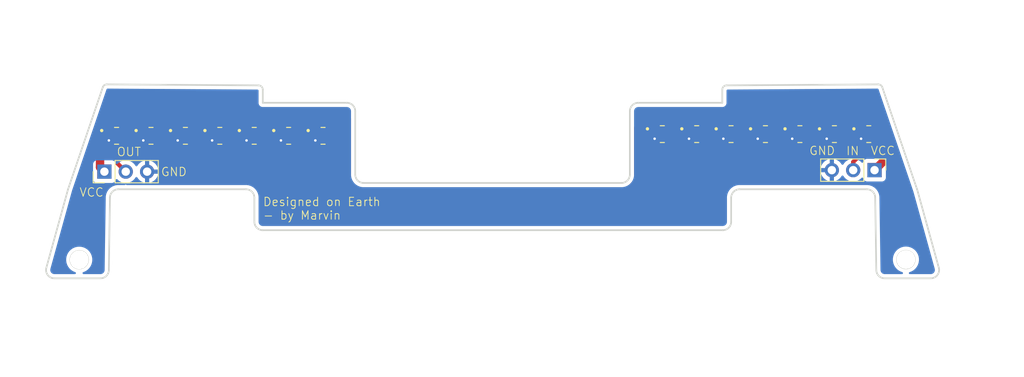
<source format=kicad_pcb>
(kicad_pcb (version 20241229) (generator "pcbnew") (generator_version "9.0")
  (layers (0 "F.Cu" signal) (2 "B.Cu" signal) (13 "F.Paste" user) (15 "B.Paste" user) (5 "F.SilkS" user "F.Silkscreen") (7 "B.SilkS" user "B.Silkscreen") (1 "F.Mask" user) (3 "B.Mask" user) (25 "Edge.Cuts" user))
  (net 0 "")
  (net 1 "GND")
  (net 2 "Net-(J1-Pin_2)")
  (net 3 "VCC")
  (net 4 "Net-(J3-Pin_2)")
  (net 5 "Net-(U1-DI)")
  (net 6 "Net-(U2-DI)")
  (net 7 "Net-(U3-DI)")
  (net 8 "Net-(U4-DI)")
  (net 9 "Net-(U5-DI)")
  (net 10 "Net-(U6-DI)")
  (net 11 "Net-(U14-DO)")
  (net 12 "Net-(U15-DI)")
  (net 13 "Net-(U16-DI)")
  (net 14 "Net-(U17-DI)")
  (net 15 "Net-(U18-DI)")
  (net 16 "Net-(U19-DI)")
  (net 17 "Net-(U14-DI)")
  (footprint "ws2812:LED_WS2812C-2020" (layer "F.Cu") (at 174.9038 84.328)
    (property "Reference" "U19" (hide yes))
    (property "Value" "WS2812C-2020" (hide yes))
    (fp_line (start -0.245 -1) (end 0.245 -1) (stroke (width 0.127)) (layer "F.SilkS"))
    (fp_line (start -0.245 1) (end 0.245 1) (stroke (width 0.127)) (layer "F.SilkS"))
    (fp_circle (center -1.77 -0.63) (end -1.67 -0.63) (stroke (width 0.2)) (fill no) (layer "F.SilkS"))
    (pad "1" smd rect (at -0.915 -0.55) (size 0.7 0.7) (layers "F.Cu" "F.Mask" "F.Paste") (net 15 "Net-(U18-DI)"))
    (pad "2" smd rect (at -0.915 0.55) (size 0.7 0.7) (layers "F.Cu" "F.Mask" "F.Paste") (net 1 "GND"))
    (pad "3" smd rect (at 0.915 0.55) (size 0.7 0.7) (layers "F.Cu" "F.Mask" "F.Paste") (net 16 "Net-(U19-DI)"))
    (pad "4" smd rect (at 0.915 -0.55) (size 0.7 0.7) (layers "F.Cu" "F.Mask" "F.Paste") (net 3 "VCC"))
  )
  (footprint "ws2812:LED_WS2812C-2020" (layer "F.Cu") (at 97.696867 84.5312)
    (property "Reference" "U3" (hide yes))
    (property "Value" "WS2812C-2020" (hide yes))
    (fp_line (start -0.245 -1) (end 0.245 -1) (stroke (width 0.127)) (layer "F.SilkS"))
    (fp_line (start -0.245 1) (end 0.245 1) (stroke (width 0.127)) (layer "F.SilkS"))
    (fp_circle (center -1.77 -0.63) (end -1.67 -0.63) (stroke (width 0.2)) (fill no) (layer "F.SilkS"))
    (pad "1" smd rect (at -0.915 -0.55) (size 0.7 0.7) (layers "F.Cu" "F.Mask" "F.Paste") (net 6 "Net-(U2-DI)"))
    (pad "2" smd rect (at -0.915 0.55) (size 0.7 0.7) (layers "F.Cu" "F.Mask" "F.Paste") (net 1 "GND"))
    (pad "3" smd rect (at 0.915 0.55) (size 0.7 0.7) (layers "F.Cu" "F.Mask" "F.Paste") (net 7 "Net-(U3-DI)"))
    (pad "4" smd rect (at 0.915 -0.55) (size 0.7 0.7) (layers "F.Cu" "F.Mask" "F.Paste") (net 3 "VCC"))
  )
  (footprint "ws2812:LED_WS2812C-2020" (layer "F.Cu") (at 89.5096 84.5312)
    (property "Reference" "U1" (hide yes))
    (property "Value" "WS2812C-2020" (hide yes))
    (fp_line (start -0.245 -1) (end 0.245 -1) (stroke (width 0.127)) (layer "F.SilkS"))
    (fp_line (start -0.245 1) (end 0.245 1) (stroke (width 0.127)) (layer "F.SilkS"))
    (fp_circle (center -1.77 -0.63) (end -1.67 -0.63) (stroke (width 0.2)) (fill no) (layer "F.SilkS"))
    (pad "1" smd rect (at -0.915 -0.55) (size 0.7 0.7) (layers "F.Cu" "F.Mask" "F.Paste") (net 2 "Net-(J1-Pin_2)"))
    (pad "2" smd rect (at -0.915 0.55) (size 0.7 0.7) (layers "F.Cu" "F.Mask" "F.Paste") (net 1 "GND"))
    (pad "3" smd rect (at 0.915 0.55) (size 0.7 0.7) (layers "F.Cu" "F.Mask" "F.Paste") (net 5 "Net-(U1-DI)"))
    (pad "4" smd rect (at 0.915 -0.55) (size 0.7 0.7) (layers "F.Cu" "F.Mask" "F.Paste") (net 3 "VCC"))
  )
  (footprint "ws2812:LED_WS2812C-2020" (layer "F.Cu") (at 170.8008 84.328)
    (property "Reference" "U18" (hide yes))
    (property "Value" "WS2812C-2020" (hide yes))
    (fp_line (start -0.245 -1) (end 0.245 -1) (stroke (width 0.127)) (layer "F.SilkS"))
    (fp_line (start -0.245 1) (end 0.245 1) (stroke (width 0.127)) (layer "F.SilkS"))
    (fp_circle (center -1.77 -0.63) (end -1.67 -0.63) (stroke (width 0.2)) (fill no) (layer "F.SilkS"))
    (pad "1" smd rect (at -0.915 -0.55) (size 0.7 0.7) (layers "F.Cu" "F.Mask" "F.Paste") (net 14 "Net-(U17-DI)"))
    (pad "2" smd rect (at -0.915 0.55) (size 0.7 0.7) (layers "F.Cu" "F.Mask" "F.Paste") (net 1 "GND"))
    (pad "3" smd rect (at 0.915 0.55) (size 0.7 0.7) (layers "F.Cu" "F.Mask" "F.Paste") (net 15 "Net-(U18-DI)"))
    (pad "4" smd rect (at 0.915 -0.55) (size 0.7 0.7) (layers "F.Cu" "F.Mask" "F.Paste") (net 3 "VCC"))
  )
  (footprint "" (layer "F.Cu") (at 183.4134 99.2632)
    (property "Reference" "" (at 0 0 0) (layer "F.SilkS") (effects (font (size 1.27 1.27))))
    (property "Value" "")
    (pad "" np_thru_hole circle (at 0 0) (size 2.2 2.2) (drill 2.2) (layers "*.Cu" "*.Mask"))
  )
  (footprint "ws2812:LED_WS2812C-2020" (layer "F.Cu") (at 166.6996 84.328)
    (property "Reference" "U17" (hide yes))
    (property "Value" "WS2812C-2020" (hide yes))
    (fp_line (start -0.245 -1) (end 0.245 -1) (stroke (width 0.127)) (layer "F.SilkS"))
    (fp_line (start -0.245 1) (end 0.245 1) (stroke (width 0.127)) (layer "F.SilkS"))
    (fp_circle (center -1.77 -0.63) (end -1.67 -0.63) (stroke (width 0.2)) (fill no) (layer "F.SilkS"))
    (pad "1" smd rect (at -0.915 -0.55) (size 0.7 0.7) (layers "F.Cu" "F.Mask" "F.Paste") (net 13 "Net-(U16-DI)"))
    (pad "2" smd rect (at -0.915 0.55) (size 0.7 0.7) (layers "F.Cu" "F.Mask" "F.Paste") (net 1 "GND"))
    (pad "3" smd rect (at 0.915 0.55) (size 0.7 0.7) (layers "F.Cu" "F.Mask" "F.Paste") (net 14 "Net-(U17-DI)"))
    (pad "4" smd rect (at 0.915 -0.55) (size 0.7 0.7) (layers "F.Cu" "F.Mask" "F.Paste") (net 3 "VCC"))
  )
  (footprint "ws2812:LED_WS2812C-2020" (layer "F.Cu") (at 154.432 84.328)
    (property "Reference" "U14" (hide yes))
    (property "Value" "WS2812C-2020" (hide yes))
    (fp_line (start -0.245 -1) (end 0.245 -1) (stroke (width 0.127)) (layer "F.SilkS"))
    (fp_line (start -0.245 1) (end 0.245 1) (stroke (width 0.127)) (layer "F.SilkS"))
    (fp_circle (center -1.77 -0.63) (end -1.67 -0.63) (stroke (width 0.2)) (fill no) (layer "F.SilkS"))
    (pad "1" smd rect (at -0.915 -0.55) (size 0.7 0.7) (layers "F.Cu" "F.Mask" "F.Paste") (net 11 "Net-(U14-DO)"))
    (pad "2" smd rect (at -0.915 0.55) (size 0.7 0.7) (layers "F.Cu" "F.Mask" "F.Paste") (net 1 "GND"))
    (pad "3" smd rect (at 0.915 0.55) (size 0.7 0.7) (layers "F.Cu" "F.Mask" "F.Paste") (net 17 "Net-(U14-DI)"))
    (pad "4" smd rect (at 0.915 -0.55) (size 0.7 0.7) (layers "F.Cu" "F.Mask" "F.Paste") (net 3 "VCC"))
  )
  (footprint "ws2812:LED_WS2812C-2020" (layer "F.Cu") (at 93.603233 84.5312)
    (property "Reference" "U2" (hide yes))
    (property "Value" "WS2812C-2020" (hide yes))
    (fp_line (start -0.245 -1) (end 0.245 -1) (stroke (width 0.127)) (layer "F.SilkS"))
    (fp_line (start -0.245 1) (end 0.245 1) (stroke (width 0.127)) (layer "F.SilkS"))
    (fp_circle (center -1.77 -0.63) (end -1.67 -0.63) (stroke (width 0.2)) (fill no) (layer "F.SilkS"))
    (pad "1" smd rect (at -0.915 -0.55) (size 0.7 0.7) (layers "F.Cu" "F.Mask" "F.Paste") (net 5 "Net-(U1-DI)"))
    (pad "2" smd rect (at -0.915 0.55) (size 0.7 0.7) (layers "F.Cu" "F.Mask" "F.Paste") (net 1 "GND"))
    (pad "3" smd rect (at 0.915 0.55) (size 0.7 0.7) (layers "F.Cu" "F.Mask" "F.Paste") (net 6 "Net-(U2-DI)"))
    (pad "4" smd rect (at 0.915 -0.55) (size 0.7 0.7) (layers "F.Cu" "F.Mask" "F.Paste") (net 3 "VCC"))
  )
  (footprint "ws2812:LED_WS2812C-2020" (layer "F.Cu") (at 109.977767 84.5312)
    (property "Reference" "U6" (hide yes))
    (property "Value" "WS2812C-2020" (hide yes))
    (fp_line (start -0.245 -1) (end 0.245 -1) (stroke (width 0.127)) (layer "F.SilkS"))
    (fp_line (start -0.245 1) (end 0.245 1) (stroke (width 0.127)) (layer "F.SilkS"))
    (fp_circle (center -1.77 -0.63) (end -1.67 -0.63) (stroke (width 0.2)) (fill no) (layer "F.SilkS"))
    (pad "1" smd rect (at -0.915 -0.55) (size 0.7 0.7) (layers "F.Cu" "F.Mask" "F.Paste") (net 9 "Net-(U5-DI)"))
    (pad "2" smd rect (at -0.915 0.55) (size 0.7 0.7) (layers "F.Cu" "F.Mask" "F.Paste") (net 1 "GND"))
    (pad "3" smd rect (at 0.915 0.55) (size 0.7 0.7) (layers "F.Cu" "F.Mask" "F.Paste") (net 10 "Net-(U6-DI)"))
    (pad "4" smd rect (at 0.915 -0.55) (size 0.7 0.7) (layers "F.Cu" "F.Mask" "F.Paste") (net 3 "VCC"))
  )
  (footprint "Connector_PinHeader_2.54mm:PinHeader_1x03_P2.54mm_Vertical" (layer "F.Cu") (at 179.6796 88.6206 -90)
    (property "Reference" "J3" (hide yes))
    (property "Value" "Conn_01x03_Pin" (hide yes))
    (fp_line (start -1.33 6.41) (end 1.33 6.41) (stroke (width 0.12)) (layer "F.SilkS"))
    (fp_line (start -1.33 1.27) (end -1.33 6.41) (stroke (width 0.12)) (layer "F.SilkS"))
    (fp_line (start -1.33 1.27) (end 1.33 1.27) (stroke (width 0.12)) (layer "F.SilkS"))
    (fp_line (start 1.33 1.27) (end 1.33 6.41) (stroke (width 0.12)) (layer "F.SilkS"))
    (fp_line (start -1.33 0) (end -1.33 -1.33) (stroke (width 0.12)) (layer "F.SilkS"))
    (fp_line (start -1.33 -1.33) (end 0 -1.33) (stroke (width 0.12)) (layer "F.SilkS"))
    (pad "1" thru_hole rect (at 0 0 270) (size 1.7 1.7) (drill 1) (layers "*.Cu" "*.Mask") (net 3 "VCC"))
    (pad "2" thru_hole oval (at 0 2.54 270) (size 1.7 1.7) (drill 1) (layers "*.Cu" "*.Mask") (net 4 "Net-(J3-Pin_2)"))
    (pad "3" thru_hole oval (at 0 5.08 270) (size 1.7 1.7) (drill 1) (layers "*.Cu" "*.Mask") (net 1 "GND"))
  )
  (footprint "ws2812:LED_WS2812C-2020" (layer "F.Cu") (at 158.5208 84.328)
    (property "Reference" "U15" (hide yes))
    (property "Value" "WS2812C-2020" (hide yes))
    (fp_line (start -0.245 -1) (end 0.245 -1) (stroke (width 0.127)) (layer "F.SilkS"))
    (fp_line (start -0.245 1) (end 0.245 1) (stroke (width 0.127)) (layer "F.SilkS"))
    (fp_circle (center -1.77 -0.63) (end -1.67 -0.63) (stroke (width 0.2)) (fill no) (layer "F.SilkS"))
    (pad "1" smd rect (at -0.915 -0.55) (size 0.7 0.7) (layers "F.Cu" "F.Mask" "F.Paste") (net 17 "Net-(U14-DI)"))
    (pad "2" smd rect (at -0.915 0.55) (size 0.7 0.7) (layers "F.Cu" "F.Mask" "F.Paste") (net 1 "GND"))
    (pad "3" smd rect (at 0.915 0.55) (size 0.7 0.7) (layers "F.Cu" "F.Mask" "F.Paste") (net 12 "Net-(U15-DI)"))
    (pad "4" smd rect (at 0.915 -0.55) (size 0.7 0.7) (layers "F.Cu" "F.Mask" "F.Paste") (net 3 "VCC"))
  )
  (footprint "Connector_PinHeader_2.54mm:PinHeader_1x03_P2.54mm_Vertical" (layer "F.Cu") (at 88.0618 88.7984 90)
    (property "Reference" "J1" (hide yes))
    (property "Value" "Conn_01x03_Pin" (hide yes))
    (fp_line (start -1.33 -1.33) (end 0 -1.33) (stroke (width 0.12)) (layer "F.SilkS"))
    (fp_line (start -1.33 0) (end -1.33 -1.33) (stroke (width 0.12)) (layer "F.SilkS"))
    (fp_line (start 1.33 1.27) (end 1.33 6.41) (stroke (width 0.12)) (layer "F.SilkS"))
    (fp_line (start -1.33 1.27) (end 1.33 1.27) (stroke (width 0.12)) (layer "F.SilkS"))
    (fp_line (start -1.33 1.27) (end -1.33 6.41) (stroke (width 0.12)) (layer "F.SilkS"))
    (fp_line (start -1.33 6.41) (end 1.33 6.41) (stroke (width 0.12)) (layer "F.SilkS"))
    (pad "1" thru_hole rect (at 0 0 90) (size 1.7 1.7) (drill 1) (layers "*.Cu" "*.Mask") (net 3 "VCC"))
    (pad "2" thru_hole oval (at 0 2.54 90) (size 1.7 1.7) (drill 1) (layers "*.Cu" "*.Mask") (net 2 "Net-(J1-Pin_2)"))
    (pad "3" thru_hole oval (at 0 5.08 90) (size 1.7 1.7) (drill 1) (layers "*.Cu" "*.Mask") (net 1 "GND"))
  )
  (footprint "ws2812:LED_WS2812C-2020" (layer "F.Cu") (at 162.6102 84.328)
    (property "Reference" "U16" (hide yes))
    (property "Value" "WS2812C-2020" (hide yes))
    (fp_line (start -0.245 -1) (end 0.245 -1) (stroke (width 0.127)) (layer "F.SilkS"))
    (fp_line (start -0.245 1) (end 0.245 1) (stroke (width 0.127)) (layer "F.SilkS"))
    (fp_circle (center -1.77 -0.63) (end -1.67 -0.63) (stroke (width 0.2)) (fill no) (layer "F.SilkS"))
    (pad "1" smd rect (at -0.915 -0.55) (size 0.7 0.7) (layers "F.Cu" "F.Mask" "F.Paste") (net 12 "Net-(U15-DI)"))
    (pad "2" smd rect (at -0.915 0.55) (size 0.7 0.7) (layers "F.Cu" "F.Mask" "F.Paste") (net 1 "GND"))
    (pad "3" smd rect (at 0.915 0.55) (size 0.7 0.7) (layers "F.Cu" "F.Mask" "F.Paste") (net 13 "Net-(U16-DI)"))
    (pad "4" smd rect (at 0.915 -0.55) (size 0.7 0.7) (layers "F.Cu" "F.Mask" "F.Paste") (net 3 "VCC"))
  )
  (footprint "ws2812:LED_WS2812C-2020" (layer "F.Cu") (at 178.9932 84.328)
    (property "Reference" "U20" (hide yes))
    (property "Value" "WS2812C-2020" (hide yes))
    (fp_line (start -0.245 -1) (end 0.245 -1) (stroke (width 0.127)) (layer "F.SilkS"))
    (fp_line (start -0.245 1) (end 0.245 1) (stroke (width 0.127)) (layer "F.SilkS"))
    (fp_circle (center -1.77 -0.63) (end -1.67 -0.63) (stroke (width 0.2)) (fill no) (layer "F.SilkS"))
    (pad "1" smd rect (at -0.915 -0.55) (size 0.7 0.7) (layers "F.Cu" "F.Mask" "F.Paste") (net 16 "Net-(U19-DI)"))
    (pad "2" smd rect (at -0.915 0.55) (size 0.7 0.7) (layers "F.Cu" "F.Mask" "F.Paste") (net 1 "GND"))
    (pad "3" smd rect (at 0.915 0.55) (size 0.7 0.7) (layers "F.Cu" "F.Mask" "F.Paste") (net 4 "Net-(J3-Pin_2)"))
    (pad "4" smd rect (at 0.915 -0.55) (size 0.7 0.7) (layers "F.Cu" "F.Mask" "F.Paste") (net 3 "VCC"))
  )
  (footprint "ws2812:LED_WS2812C-2020" (layer "F.Cu") (at 101.7905 84.5312)
    (property "Reference" "U4" (hide yes))
    (property "Value" "WS2812C-2020" (hide yes))
    (fp_line (start -0.245 -1) (end 0.245 -1) (stroke (width 0.127)) (layer "F.SilkS"))
    (fp_line (start -0.245 1) (end 0.245 1) (stroke (width 0.127)) (layer "F.SilkS"))
    (fp_circle (center -1.77 -0.63) (end -1.67 -0.63) (stroke (width 0.2)) (fill no) (layer "F.SilkS"))
    (pad "1" smd rect (at -0.915 -0.55) (size 0.7 0.7) (layers "F.Cu" "F.Mask" "F.Paste") (net 7 "Net-(U3-DI)"))
    (pad "2" smd rect (at -0.915 0.55) (size 0.7 0.7) (layers "F.Cu" "F.Mask" "F.Paste") (net 1 "GND"))
    (pad "3" smd rect (at 0.915 0.55) (size 0.7 0.7) (layers "F.Cu" "F.Mask" "F.Paste") (net 8 "Net-(U4-DI)"))
    (pad "4" smd rect (at 0.915 -0.55) (size 0.7 0.7) (layers "F.Cu" "F.Mask" "F.Paste") (net 3 "VCC"))
  )
  (footprint "" (layer "F.Cu") (at 85.0646 99.2886)
    (property "Reference" "" (at 0 0 0) (layer "F.SilkS") (effects (font (size 1.27 1.27))))
    (property "Value" "")
    (pad "" np_thru_hole circle (at 0 0) (size 2.2 2.2) (drill 2.2) (layers "*.Cu" "*.Mask"))
  )
  (footprint "ws2812:LED_WS2812C-2020" (layer "F.Cu") (at 114.0714 84.5312)
    (property "Reference" "U7" (hide yes))
    (property "Value" "WS2812C-2020" (hide yes))
    (fp_line (start -0.245 -1) (end 0.245 -1) (stroke (width 0.127)) (layer "F.SilkS"))
    (fp_line (start -0.245 1) (end 0.245 1) (stroke (width 0.127)) (layer "F.SilkS"))
    (fp_circle (center -1.77 -0.63) (end -1.67 -0.63) (stroke (width 0.2)) (fill no) (layer "F.SilkS"))
    (pad "1" smd rect (at -0.915 -0.55) (size 0.7 0.7) (layers "F.Cu" "F.Mask" "F.Paste") (net 10 "Net-(U6-DI)"))
    (pad "2" smd rect (at -0.915 0.55) (size 0.7 0.7) (layers "F.Cu" "F.Mask" "F.Paste") (net 1 "GND"))
    (pad "3" smd rect (at 0.915 0.55) (size 0.7 0.7) (layers "F.Cu" "F.Mask" "F.Paste") (net 11 "Net-(U14-DO)"))
    (pad "4" smd rect (at 0.915 -0.55) (size 0.7 0.7) (layers "F.Cu" "F.Mask" "F.Paste") (net 3 "VCC"))
  )
  (footprint "ws2812:LED_WS2812C-2020" (layer "F.Cu") (at 105.884133 84.5312)
    (property "Reference" "U5" (hide yes))
    (property "Value" "WS2812C-2020" (hide yes))
    (fp_line (start -0.245 -1) (end 0.245 -1) (stroke (width 0.127)) (layer "F.SilkS"))
    (fp_line (start -0.245 1) (end 0.245 1) (stroke (width 0.127)) (layer "F.SilkS"))
    (fp_circle (center -1.77 -0.63) (end -1.67 -0.63) (stroke (width 0.2)) (fill no) (layer "F.SilkS"))
    (pad "1" smd rect (at -0.915 -0.55) (size 0.7 0.7) (layers "F.Cu" "F.Mask" "F.Paste") (net 8 "Net-(U4-DI)"))
    (pad "2" smd rect (at -0.915 0.55) (size 0.7 0.7) (layers "F.Cu" "F.Mask" "F.Paste") (net 1 "GND"))
    (pad "3" smd rect (at 0.915 0.55) (size 0.7 0.7) (layers "F.Cu" "F.Mask" "F.Paste") (net 9 "Net-(U5-DI)"))
    (pad "4" smd rect (at 0.915 -0.55) (size 0.7 0.7) (layers "F.Cu" "F.Mask" "F.Paste") (net 3 "VCC"))
  )
  (gr_line (start 187.325549 100.241526) (end 184.744026 90.8965) (stroke (width 0.2)) (layer "Edge.Cuts"))
  (gr_line (start 106.901486 79.021149) (end 106.901487 79.021149) (stroke (width 0.2)) (layer "Edge.Cuts"))
  (gr_arc (start 106.404738 78.521159) (mid 106.756188 78.668747) (end 106.901486 79.021149) (stroke (width 0.2)) (layer "Edge.Cuts"))
  (gr_line (start 180.124418 78.403695) (end 162.066908 78.521159) (stroke (width 0.2)) (layer "Edge.Cuts"))
  (gr_circle (center 183.411888 99.275118) (end 184.461888 99.275118) (stroke (width 0.2)) (fill no) (layer "Edge.Cuts"))
  (gr_line (start 180.124418 78.403696) (end 180.124418 78.403695) (stroke (width 0.2)) (layer "Edge.Cuts"))
  (gr_arc (start 180.124418 78.403696) (mid 180.417449 78.496219) (end 180.601027 78.742646) (stroke (width 0.2)) (layer "Edge.Cuts"))
  (gr_line (start 106.404738 78.521159) (end 88.347228 78.403695) (stroke (width 0.2)) (layer "Edge.Cuts"))
  (gr_arc (start 106.901485 95.773317) (mid 106.19438 95.480424) (end 105.901487 94.773319) (stroke (width 0.2)) (layer "Edge.Cuts"))
  (gr_line (start 116.901484 80.595945) (end 106.901487 80.595945) (stroke (width 0.2)) (layer "Edge.Cuts"))
  (gr_arc (start 150.570159 89.146497) (mid 150.277265 89.853606) (end 149.570156 90.1465) (stroke (width 0.2)) (layer "Edge.Cuts"))
  (gr_circle (center 85.066591 99.290204) (end 86.116591 99.290204) (stroke (width 0.2)) (fill no) (layer "Edge.Cuts"))
  (gr_arc (start 116.901484 80.595945) (mid 117.608593 80.888839) (end 117.901487 81.595947) (stroke (width 0.2)) (layer "Edge.Cuts"))
  (gr_line (start 89.721568 90.8965) (end 104.901484 90.8965) (stroke (width 0.2)) (layer "Edge.Cuts"))
  (gr_arc (start 150.570159 81.595949) (mid 150.863053 80.888839) (end 151.570162 80.595945) (stroke (width 0.2)) (layer "Edge.Cuts"))
  (gr_line (start 106.901485 95.773317) (end 161.624017 95.773317) (stroke (width 0.2)) (layer "Edge.Cuts"))
  (gr_arc (start 187.325549 100.241526) (mid 187.15735 101.113493) (end 186.36165 101.507801) (stroke (width 0.2)) (layer "Edge.Cuts"))
  (gr_line (start 88.347228 78.403696) (end 88.347228 78.403695) (stroke (width 0.2)) (layer "Edge.Cuts"))
  (gr_line (start 161.570159 80.595945) (end 151.570162 80.595945) (stroke (width 0.2)) (layer "Edge.Cuts"))
  (gr_line (start 82.1182 101.507801) (end 87.590152 101.507801) (stroke (width 0.2)) (layer "Edge.Cuts"))
  (gr_line (start 163.624015 90.8965) (end 178.758283 90.8965) (stroke (width 0.2)) (layer "Edge.Cuts"))
  (gr_line (start 83.735823 90.8965) (end 81.154301 100.241526) (stroke (width 0.2)) (layer "Edge.Cuts"))
  (gr_arc (start 104.901484 90.8965) (mid 105.608593 91.189394) (end 105.901487 91.896503) (stroke (width 0.2)) (layer "Edge.Cuts"))
  (gr_line (start 150.570159 81.595949) (end 150.570159 89.146497) (stroke (width 0.2)) (layer "Edge.Cuts"))
  (gr_line (start 106.901487 80.595945) (end 106.901487 79.021149) (stroke (width 0.2)) (layer "Edge.Cuts"))
  (gr_arc (start 88.721685 91.881267) (mid 89.019868 91.184028) (end 89.721568 90.8965) (stroke (width 0.2)) (layer "Edge.Cuts"))
  (gr_line (start 161.570159 79.021148) (end 161.570159 80.595945) (stroke (width 0.2)) (layer "Edge.Cuts"))
  (gr_line (start 117.901487 89.146497) (end 117.901487 81.595947) (stroke (width 0.2)) (layer "Edge.Cuts"))
  (gr_arc (start 162.624016 91.896499) (mid 162.916909 91.189393) (end 163.624015 90.8965) (stroke (width 0.2)) (layer "Edge.Cuts"))
  (gr_arc (start 180.889695 101.507801) (mid 180.187996 101.220273) (end 179.889813 100.523034) (stroke (width 0.2)) (layer "Edge.Cuts"))
  (gr_line (start 179.758165 91.881267) (end 179.889813 100.523034) (stroke (width 0.2)) (layer "Edge.Cuts"))
  (gr_line (start 88.590037 100.523032) (end 88.721685 91.881267) (stroke (width 0.2)) (layer "Edge.Cuts"))
  (gr_line (start 184.735823 90.8965) (end 180.601027 78.742646) (stroke (width 0.2)) (layer "Edge.Cuts"))
  (gr_arc (start 118.90149 90.1465) (mid 118.194381 89.853606) (end 117.901487 89.146497) (stroke (width 0.2)) (layer "Edge.Cuts"))
  (gr_arc (start 178.758283 90.8965) (mid 179.459982 91.184028) (end 179.758165 91.881267) (stroke (width 0.2)) (layer "Edge.Cuts"))
  (gr_line (start 87.870619 78.742646) (end 83.735823 90.8965) (stroke (width 0.2)) (layer "Edge.Cuts"))
  (gr_arc (start 162.624016 94.773318) (mid 162.331123 95.480424) (end 161.624017 95.773317) (stroke (width 0.2)) (layer "Edge.Cuts"))
  (gr_arc (start 88.590037 100.523032) (mid 88.291854 101.220272) (end 87.590152 101.507801) (stroke (width 0.2)) (layer "Edge.Cuts"))
  (gr_line (start 162.624016 94.773318) (end 162.624016 91.896499) (stroke (width 0.2)) (layer "Edge.Cuts"))
  (gr_arc (start 82.1182 101.507801) (mid 81.3225 101.113493) (end 81.154301 100.241526) (stroke (width 0.2)) (layer "Edge.Cuts"))
  (gr_line (start 149.570156 90.1465) (end 118.90149 90.1465) (stroke (width 0.2)) (layer "Edge.Cuts"))
  (gr_line (start 184.744026 90.8965) (end 184.735823 90.8965) (stroke (width 0.2)) (layer "Edge.Cuts"))
  (gr_line (start 180.889695 101.507801) (end 186.36165 101.507801) (stroke (width 0.2)) (layer "Edge.Cuts"))
  (gr_arc (start 161.570159 79.021148) (mid 161.715458 78.668747) (end 162.066908 78.521159) (stroke (width 0.2)) (layer "Edge.Cuts"))
  (gr_arc (start 87.870619 78.742646) (mid 88.054197 78.496219) (end 88.347228 78.403696) (stroke (width 0.2)) (layer "Edge.Cuts"))
  (gr_line (start 105.901487 91.896503) (end 105.901487 94.773319) (stroke (width 0.2)) (layer "Edge.Cuts"))
  (gr_text "IN" (at 176.2506 86.9188 0) (layer "F.SilkS") (effects (font (size 1 1) (thickness 0.1)) (justify left bottom)))
  (gr_text "Designed on Earth \n- by Marvin" (at 106.8832 94.5896 0) (layer "F.SilkS") (effects (font (size 1 1) (thickness 0.1)) (justify left bottom)))
  (gr_text "GND" (at 171.8564 86.8934 0) (layer "F.SilkS") (effects (font (size 1 1) (thickness 0.1)) (justify left bottom)))
  (gr_text "OUT" (at 89.4842 87.0204 0) (layer "F.SilkS") (effects (font (size 1 1) (thickness 0.1)) (justify left bottom)))
  (gr_text "GND" (at 94.742 89.408 0) (layer "F.SilkS") (effects (font (size 1 1) (thickness 0.1)) (justify left bottom)))
  (gr_text "VCC" (at 85.0392 91.8464 0) (layer "F.SilkS") (effects (font (size 1 1) (thickness 0.1)) (justify left bottom)))
  (gr_text "VCC" (at 179.1716 86.8934 0) (layer "F.SilkS") (effects (font (size 1 1) (thickness 0.1)) (justify left bottom)))
  (via (at 157.6058 84.878) (size 0.6) (drill 0.3) (layers "F.Cu" "B.Cu") (net 1))
  (via (at 165.7846 84.878) (size 0.6) (drill 0.3) (layers "F.Cu" "B.Cu") (net 1))
  (via (at 173.9888 84.878) (size 0.6) (drill 0.3) (layers "F.Cu" "B.Cu") (net 1))
  (via (at 169.8858 84.878) (size 0.6) (drill 0.3) (layers "F.Cu" "B.Cu") (net 1))
  (via (at 92.688233 85.0812) (size 0.6) (drill 0.3) (layers "F.Cu" "B.Cu") (net 1))
  (via (at 161.6952 84.878) (size 0.6) (drill 0.3) (layers "F.Cu" "B.Cu") (net 1))
  (via (at 153.517 84.878) (size 0.6) (drill 0.3) (layers "F.Cu" "B.Cu") (net 1))
  (via (at 100.8755 85.0812) (size 0.6) (drill 0.3) (layers "F.Cu" "B.Cu") (net 1))
  (via (at 113.1564 85.0812) (size 0.6) (drill 0.3) (layers "F.Cu" "B.Cu") (net 1))
  (via (at 178.0782 84.878) (size 0.6) (drill 0.3) (layers "F.Cu" "B.Cu") (net 1))
  (via (at 96.781867 85.0812) (size 0.6) (drill 0.3) (layers "F.Cu" "B.Cu") (net 1))
  (via (at 88.5946 85.0812) (size 0.6) (drill 0.3) (layers "F.Cu" "B.Cu") (net 1))
  (via (at 104.969133 85.0812) (size 0.6) (drill 0.3) (layers "F.Cu" "B.Cu") (net 1))
  (via (at 109.062767 85.0812) (size 0.6) (drill 0.3) (layers "F.Cu" "B.Cu") (net 1))
  (segment (start 89.6236 84.525118) (end 89.6236 87.8202) (width 0.5) (layer "F.Cu") (net 2))
  (segment (start 89.079682 83.9812) (end 89.6236 84.525118) (width 0.5) (layer "F.Cu") (net 2))
  (segment (start 89.6236 87.8202) (end 90.6018 88.7984) (width 0.5) (layer "F.Cu") (net 2))
  (segment (start 88.5946 83.9812) (end 89.079682 83.9812) (width 0.5) (layer "F.Cu") (net 2))
  (segment (start 98.611867 83.9812) (end 97.560867 82.9302) (width 1) (layer "F.Cu") (net 3))
  (segment (start 156.4226 82.7024) (end 155.347 83.778) (width 1) (layer "F.Cu") (net 3))
  (segment (start 87.5436 82.9302) (end 87.5436 88.2802) (width 1) (layer "F.Cu") (net 3))
  (segment (start 116.900487 82.508887) (end 116.900487 90.332087) (width 1) (layer "F.Cu") (net 3))
  (segment (start 154.296 82.727) (end 155.347 83.778) (width 1) (layer "F.Cu") (net 3))
  (segment (start 152.466 82.727) (end 154.296 82.727) (width 1) (layer "F.Cu") (net 3))
  (segment (start 95.569233 82.9302) (end 94.518233 83.9812) (width 1) (layer "F.Cu") (net 3))
  (segment (start 166.5636 82.727) (end 164.5762 82.727) (width 1) (layer "F.Cu") (net 3))
  (segment (start 174.7678 82.727) (end 172.7668 82.727) (width 1) (layer "F.Cu") (net 3))
  (segment (start 114.9864 83.5908) (end 116.4844 82.0928) (width 1) (layer "F.Cu") (net 3))
  (segment (start 180.9592 83.827) (end 180.9102 83.778) (width 1) (layer "F.Cu") (net 3))
  (segment (start 151.571159 89.982841) (end 151.571159 83.621841) (width 1) (layer "F.Cu") (net 3))
  (segment (start 180.9592 87.341) (end 180.9592 83.827) (width 1) (layer "F.Cu") (net 3))
  (segment (start 94.518233 83.9812) (end 93.467233 82.9302) (width 1) (layer "F.Cu") (net 3))
  (segment (start 111.943767 82.9302) (end 110.892767 83.9812) (width 1) (layer "F.Cu") (net 3))
  (segment (start 110.892767 83.9812) (end 109.841767 82.9302) (width 1) (layer "F.Cu") (net 3))
  (segment (start 89.3736 82.9302) (end 87.5436 82.9302) (width 1) (layer "F.Cu") (net 3))
  (segment (start 162.4742 82.727) (end 160.4868 82.727) (width 1) (layer "F.Cu") (net 3))
  (segment (start 175.8188 83.778) (end 174.7678 82.727) (width 1) (layer "F.Cu") (net 3))
  (segment (start 180.9102 83.778) (end 179.9082 83.778) (width 1) (layer "F.Cu") (net 3))
  (segment (start 91.4756 82.9302) (end 90.4246 83.9812) (width 1) (layer "F.Cu") (net 3))
  (segment (start 106.799133 83.9812) (end 105.748133 82.9302) (width 1) (layer "F.Cu") (net 3))
  (segment (start 168.6656 82.727) (end 167.6146 83.778) (width 1) (layer "F.Cu") (net 3))
  (segment (start 176.8698 82.727) (end 175.8188 83.778) (width 1) (layer "F.Cu") (net 3))
  (segment (start 116.4844 82.0928) (end 116.900487 82.508887) (width 1) (layer "F.Cu") (net 3))
  (segment (start 178.8572 82.727) (end 176.8698 82.727) (width 1) (layer "F.Cu") (net 3))
  (segment (start 97.560867 82.9302) (end 95.569233 82.9302) (width 1) (layer "F.Cu") (net 3))
  (segment (start 164.5762 82.727) (end 163.5252 83.778) (width 1) (layer "F.Cu") (net 3))
  (segment (start 99.662867 82.9302) (end 98.611867 83.9812) (width 1) (layer "F.Cu") (net 3))
  (segment (start 167.6146 83.778) (end 166.5636 82.727) (width 1) (layer "F.Cu") (net 3))
  (segment (start 170.6648 82.727) (end 168.6656 82.727) (width 1) (layer "F.Cu") (net 3))
  (segment (start 109.841767 82.9302) (end 107.850133 82.9302) (width 1) (layer "F.Cu") (net 3))
  (segment (start 150.3934 91.1606) (end 151.571159 89.982841) (width 1) (layer "F.Cu") (net 3))
  (segment (start 163.5252 83.778) (end 162.4742 82.727) (width 1) (layer "F.Cu") (net 3))
  (segment (start 179.6696 88.6206) (end 179.6796 88.6206) (width 1) (layer "F.Cu") (net 3))
  (segment (start 158.3602 82.7024) (end 156.4226 82.7024) (width 1) (layer "F.Cu") (net 3))
  (segment (start 101.6545 82.9302) (end 99.662867 82.9302) (width 1) (layer "F.Cu") (net 3))
  (segment (start 114.9864 83.9812) (end 113.9354 82.9302) (width 1) (layer "F.Cu") (net 3))
  (segment (start 102.7055 83.9812) (end 101.6545 82.9302) (width 1) (layer "F.Cu") (net 3))
  (segment (start 87.5436 88.2802) (end 88.0618 88.7984) (width 1) (layer "F.Cu") (net 3))
  (segment (start 159.4358 83.778) (end 158.3602 82.7024) (width 1) (layer "F.Cu") (net 3))
  (segment (start 160.4868 82.727) (end 159.4358 83.778) (width 1) (layer "F.Cu") (net 3))
  (segment (start 117.729 91.1606) (end 150.3934 91.1606) (width 1) (layer "F.Cu") (net 3))
  (segment (start 172.7668 82.727) (end 171.7158 83.778) (width 1) (layer "F.Cu") (net 3))
  (segment (start 90.4246 83.9812) (end 89.3736 82.9302) (width 1) (layer "F.Cu") (net 3))
  (segment (start 103.7565 82.9302) (end 102.7055 83.9812) (width 1) (layer "F.Cu") (net 3))
  (segment (start 179.6796 88.6206) (end 180.9592 87.341) (width 1) (layer "F.Cu") (net 3))
  (segment (start 171.7158 83.778) (end 170.6648 82.727) (width 1) (layer "F.Cu") (net 3))
  (segment (start 93.467233 82.9302) (end 91.4756 82.9302) (width 1) (layer "F.Cu") (net 3))
  (segment (start 107.850133 82.9302) (end 106.799133 83.9812) (width 1) (layer "F.Cu") (net 3))
  (segment (start 151.571159 83.621841) (end 152.466 82.727) (width 1) (layer "F.Cu") (net 3))
  (segment (start 114.9864 83.9812) (end 114.9864 83.5908) (width 1) (layer "F.Cu") (net 3))
  (segment (start 116.900487 90.332087) (end 117.729 91.1606) (width 1) (layer "F.Cu") (net 3))
  (segment (start 179.9082 83.778) (end 178.8572 82.727) (width 1) (layer "F.Cu") (net 3))
  (segment (start 105.748133 82.9302) (end 103.7565 82.9302) (width 1) (layer "F.Cu") (net 3))
  (segment (start 113.9354 82.9302) (end 111.943767 82.9302) (width 1) (layer "F.Cu") (net 3))
  (segment (start 177.1396 87.6466) (end 179.9082 84.878) (width 0.5) (layer "F.Cu") (net 4))
  (segment (start 177.1396 88.6206) (end 177.1396 87.6466) (width 0.5) (layer "F.Cu") (net 4))
  (segment (start 92.688233 83.9812) (end 92.186233 83.9812) (width 0.5) (layer "F.Cu") (net 5))
  (segment (start 92.186233 83.9812) (end 91.086233 85.0812) (width 0.5) (layer "F.Cu") (net 5))
  (segment (start 91.086233 85.0812) (end 90.4246 85.0812) (width 0.5) (layer "F.Cu") (net 5))
  (segment (start 95.863151 83.9812) (end 94.763151 85.0812) (width 0.5) (layer "F.Cu") (net 6))
  (segment (start 96.781867 83.9812) (end 95.863151 83.9812) (width 0.5) (layer "F.Cu") (net 6))
  (segment (start 94.763151 85.0812) (end 94.518233 85.0812) (width 0.5) (layer "F.Cu") (net 6))
  (segment (start 99.956785 83.9812) (end 98.856785 85.0812) (width 0.5) (layer "F.Cu") (net 7))
  (segment (start 98.856785 85.0812) (end 98.611867 85.0812) (width 0.5) (layer "F.Cu") (net 7))
  (segment (start 100.8755 83.9812) (end 99.956785 83.9812) (width 0.5) (layer "F.Cu") (net 7))
  (segment (start 104.969133 83.9812) (end 104.050418 83.9812) (width 0.5) (layer "F.Cu") (net 8))
  (segment (start 104.050418 83.9812) (end 102.950418 85.0812) (width 0.5) (layer "F.Cu") (net 8))
  (segment (start 102.950418 85.0812) (end 102.7055 85.0812) (width 0.5) (layer "F.Cu") (net 8))
  (segment (start 108.144051 83.9812) (end 107.044051 85.0812) (width 0.5) (layer "F.Cu") (net 9))
  (segment (start 107.044051 85.0812) (end 106.799133 85.0812) (width 0.5) (layer "F.Cu") (net 9))
  (segment (start 109.062767 83.9812) (end 108.144051 83.9812) (width 0.5) (layer "F.Cu") (net 9))
  (segment (start 113.1564 83.9812) (end 112.237685 83.9812) (width 0.5) (layer "F.Cu") (net 10))
  (segment (start 112.237685 83.9812) (end 111.137685 85.0812) (width 0.5) (layer "F.Cu") (net 10))
  (segment (start 111.137685 85.0812) (end 110.892767 85.0812) (width 0.5) (layer "F.Cu") (net 10))
  (segment (start 153.015 83.778) (end 152.522159 84.270841) (width 0.5) (layer "F.Cu") (net 11))
  (segment (start 117.335082 92.1116) (end 114.9864 89.762918) (width 0.5) (layer "F.Cu") (net 11))
  (segment (start 153.517 83.778) (end 153.015 83.778) (width 0.5) (layer "F.Cu") (net 11))
  (segment (start 152.522159 90.376759) (end 150.787317 92.1116) (width 0.5) (layer "F.Cu") (net 11))
  (segment (start 150.787317 92.1116) (end 117.335082 92.1116) (width 0.5) (layer "F.Cu") (net 11))
  (segment (start 114.9864 89.762918) (end 114.9864 85.0812) (width 0.5) (layer "F.Cu") (net 11))
  (segment (start 152.522159 84.270841) (end 152.522159 90.376759) (width 0.5) (layer "F.Cu") (net 11))
  (segment (start 159.7452 84.878) (end 159.4358 84.878) (width 0.5) (layer "F.Cu") (net 12))
  (segment (start 160.8452 83.778) (end 159.7452 84.878) (width 0.5) (layer "F.Cu") (net 12))
  (segment (start 161.6952 83.778) (end 160.8452 83.778) (width 0.5) (layer "F.Cu") (net 12))
  (segment (start 163.8346 84.878) (end 163.5252 84.878) (width 0.5) (layer "F.Cu") (net 13))
  (segment (start 165.7846 83.778) (end 164.9346 83.778) (width 0.5) (layer "F.Cu") (net 13))
  (segment (start 164.9346 83.778) (end 163.8346 84.878) (width 0.5) (layer "F.Cu") (net 13))
  (segment (start 169.0358 83.778) (end 167.9358 84.878) (width 0.5) (layer "F.Cu") (net 14))
  (segment (start 169.8858 83.778) (end 169.0358 83.778) (width 0.5) (layer "F.Cu") (net 14))
  (segment (start 167.9358 84.878) (end 167.6146 84.878) (width 0.5) (layer "F.Cu") (net 14))
  (segment (start 173.1388 83.778) (end 172.0388 84.878) (width 0.5) (layer "F.Cu") (net 15))
  (segment (start 173.9888 83.778) (end 173.1388 83.778) (width 0.5) (layer "F.Cu") (net 15))
  (segment (start 172.0388 84.878) (end 171.7158 84.878) (width 0.5) (layer "F.Cu") (net 15))
  (segment (start 177.2282 83.778) (end 176.1282 84.878) (width 0.5) (layer "F.Cu") (net 16))
  (segment (start 176.1282 84.878) (end 175.8188 84.878) (width 0.5) (layer "F.Cu") (net 16))
  (segment (start 178.0782 83.778) (end 177.2282 83.778) (width 0.5) (layer "F.Cu") (net 16))
  (segment (start 157.6058 83.778) (end 156.7558 83.778) (width 0.5) (layer "F.Cu") (net 17))
  (segment (start 156.7558 83.778) (end 155.6558 84.878) (width 0.5) (layer "F.Cu") (net 17))
  (segment (start 155.6558 84.878) (end 155.347 84.878) (width 0.5) (layer "F.Cu") (net 17))
  (zone (net 1) (net_name "GND") (layer "B.Cu") (connect_pads (clearance 0.5)) (min_thickness 0.25) (fill yes (thermal_gap 0.5) (thermal_bridge_width 0.5))
    (polygon (pts (xy 79.2226 74.549) (xy 75.6412 113.157) (xy 197.4596 113.2332) (xy 190.7794 68.3514)))
  )
)
</source>
